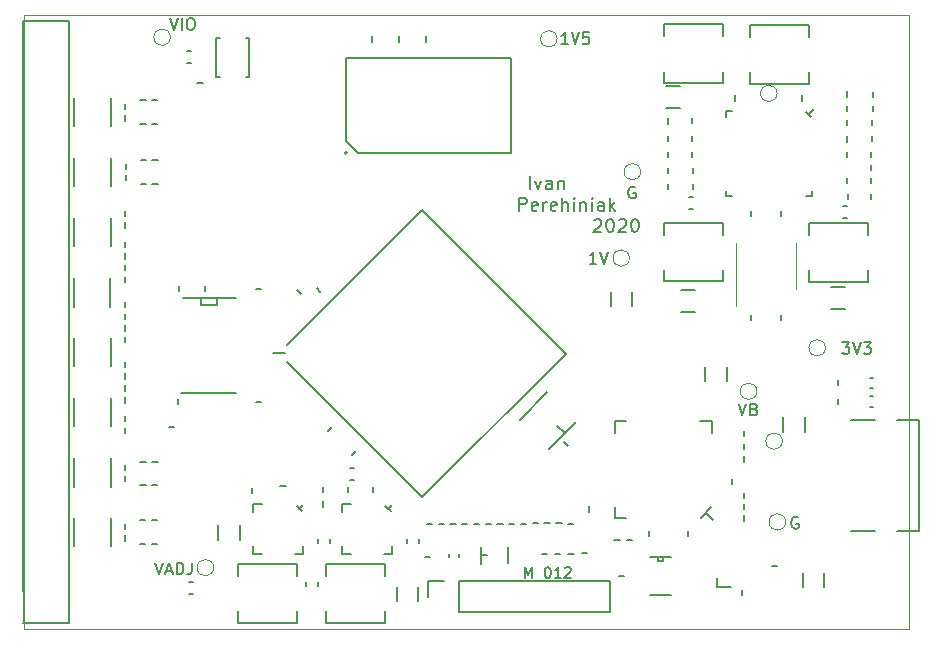
<source format=gto>
G04 #@! TF.GenerationSoftware,KiCad,Pcbnew,(5.1.5)-3*
G04 #@! TF.CreationDate,2020-11-02T01:39:04+01:00*
G04 #@! TF.ProjectId,LogAn,4c6f6741-6e2e-46b6-9963-61645f706362,rev?*
G04 #@! TF.SameCoordinates,Original*
G04 #@! TF.FileFunction,Legend,Top*
G04 #@! TF.FilePolarity,Positive*
%FSLAX46Y46*%
G04 Gerber Fmt 4.6, Leading zero omitted, Abs format (unit mm)*
G04 Created by KiCad (PCBNEW (5.1.5)-3) date 2020-11-02 01:39:04*
%MOMM*%
%LPD*%
G04 APERTURE LIST*
%ADD10C,0.200000*%
%ADD11C,0.155000*%
%ADD12C,0.160000*%
%ADD13C,0.050000*%
%ADD14C,0.120000*%
%ADD15C,0.150000*%
G04 APERTURE END LIST*
D10*
X108190588Y-86508062D02*
X108190588Y-85608062D01*
X108490588Y-86250920D01*
X108790588Y-85608062D01*
X108790588Y-86508062D01*
X110076302Y-85608062D02*
X110162017Y-85608062D01*
X110247731Y-85650920D01*
X110290588Y-85693777D01*
X110333445Y-85779491D01*
X110376302Y-85950920D01*
X110376302Y-86165205D01*
X110333445Y-86336634D01*
X110290588Y-86422348D01*
X110247731Y-86465205D01*
X110162017Y-86508062D01*
X110076302Y-86508062D01*
X109990588Y-86465205D01*
X109947731Y-86422348D01*
X109904874Y-86336634D01*
X109862017Y-86165205D01*
X109862017Y-85950920D01*
X109904874Y-85779491D01*
X109947731Y-85693777D01*
X109990588Y-85650920D01*
X110076302Y-85608062D01*
X111233445Y-86508062D02*
X110719160Y-86508062D01*
X110976302Y-86508062D02*
X110976302Y-85608062D01*
X110890588Y-85736634D01*
X110804874Y-85822348D01*
X110719160Y-85865205D01*
X111576302Y-85693777D02*
X111619160Y-85650920D01*
X111704874Y-85608062D01*
X111919160Y-85608062D01*
X112004874Y-85650920D01*
X112047731Y-85693777D01*
X112090588Y-85779491D01*
X112090588Y-85865205D01*
X112047731Y-85993777D01*
X111533445Y-86508062D01*
X112090588Y-86508062D01*
D11*
X76855842Y-85207860D02*
X77189176Y-86207860D01*
X77522509Y-85207860D01*
X77808223Y-85922146D02*
X78284414Y-85922146D01*
X77712985Y-86207860D02*
X78046319Y-85207860D01*
X78379652Y-86207860D01*
X78712985Y-86207860D02*
X78712985Y-85207860D01*
X78951080Y-85207860D01*
X79093938Y-85255480D01*
X79189176Y-85350718D01*
X79236795Y-85445956D01*
X79284414Y-85636432D01*
X79284414Y-85779289D01*
X79236795Y-85969765D01*
X79189176Y-86065003D01*
X79093938Y-86160241D01*
X78951080Y-86207860D01*
X78712985Y-86207860D01*
X79998700Y-85207860D02*
X79998700Y-85922146D01*
X79951080Y-86065003D01*
X79855842Y-86160241D01*
X79712985Y-86207860D01*
X79617747Y-86207860D01*
X117526084Y-53408960D02*
X117430846Y-53361340D01*
X117287989Y-53361340D01*
X117145132Y-53408960D01*
X117049894Y-53504198D01*
X117002275Y-53599436D01*
X116954656Y-53789912D01*
X116954656Y-53932769D01*
X117002275Y-54123245D01*
X117049894Y-54218483D01*
X117145132Y-54313721D01*
X117287989Y-54361340D01*
X117383227Y-54361340D01*
X117526084Y-54313721D01*
X117573703Y-54266102D01*
X117573703Y-53932769D01*
X117383227Y-53932769D01*
X131318284Y-81369280D02*
X131223046Y-81321660D01*
X131080189Y-81321660D01*
X130937332Y-81369280D01*
X130842094Y-81464518D01*
X130794475Y-81559756D01*
X130746856Y-81750232D01*
X130746856Y-81893089D01*
X130794475Y-82083565D01*
X130842094Y-82178803D01*
X130937332Y-82274041D01*
X131080189Y-82321660D01*
X131175427Y-82321660D01*
X131318284Y-82274041D01*
X131365903Y-82226422D01*
X131365903Y-81893089D01*
X131175427Y-81893089D01*
X78140061Y-39109400D02*
X78473395Y-40109400D01*
X78806728Y-39109400D01*
X79140061Y-40109400D02*
X79140061Y-39109400D01*
X79806728Y-39109400D02*
X79997204Y-39109400D01*
X80092442Y-39157020D01*
X80187680Y-39252258D01*
X80235300Y-39442734D01*
X80235300Y-39776067D01*
X80187680Y-39966543D01*
X80092442Y-40061781D01*
X79997204Y-40109400D01*
X79806728Y-40109400D01*
X79711490Y-40061781D01*
X79616252Y-39966543D01*
X79568633Y-39776067D01*
X79568633Y-39442734D01*
X79616252Y-39252258D01*
X79711490Y-39157020D01*
X79806728Y-39109400D01*
X111854692Y-41313360D02*
X111283263Y-41313360D01*
X111568978Y-41313360D02*
X111568978Y-40313360D01*
X111473740Y-40456218D01*
X111378501Y-40551456D01*
X111283263Y-40599075D01*
X112140406Y-40313360D02*
X112473740Y-41313360D01*
X112807073Y-40313360D01*
X113616597Y-40313360D02*
X113140406Y-40313360D01*
X113092787Y-40789551D01*
X113140406Y-40741932D01*
X113235644Y-40694313D01*
X113473740Y-40694313D01*
X113568978Y-40741932D01*
X113616597Y-40789551D01*
X113664216Y-40884789D01*
X113664216Y-41122884D01*
X113616597Y-41218122D01*
X113568978Y-41265741D01*
X113473740Y-41313360D01*
X113235644Y-41313360D01*
X113140406Y-41265741D01*
X113092787Y-41218122D01*
X114246042Y-59906160D02*
X113674614Y-59906160D01*
X113960328Y-59906160D02*
X113960328Y-58906160D01*
X113865090Y-59049018D01*
X113769852Y-59144256D01*
X113674614Y-59191875D01*
X114531757Y-58906160D02*
X114865090Y-59906160D01*
X115198423Y-58906160D01*
X135055764Y-66533780D02*
X135674812Y-66533780D01*
X135341479Y-66914733D01*
X135484336Y-66914733D01*
X135579574Y-66962352D01*
X135627193Y-67009971D01*
X135674812Y-67105209D01*
X135674812Y-67343304D01*
X135627193Y-67438542D01*
X135579574Y-67486161D01*
X135484336Y-67533780D01*
X135198621Y-67533780D01*
X135103383Y-67486161D01*
X135055764Y-67438542D01*
X135960526Y-66533780D02*
X136293860Y-67533780D01*
X136627193Y-66533780D01*
X136865288Y-66533780D02*
X137484336Y-66533780D01*
X137151002Y-66914733D01*
X137293860Y-66914733D01*
X137389098Y-66962352D01*
X137436717Y-67009971D01*
X137484336Y-67105209D01*
X137484336Y-67343304D01*
X137436717Y-67438542D01*
X137389098Y-67486161D01*
X137293860Y-67533780D01*
X137008145Y-67533780D01*
X136912907Y-67486161D01*
X136865288Y-67438542D01*
X126283506Y-71733160D02*
X126616840Y-72733160D01*
X126950173Y-71733160D01*
X127616840Y-72209351D02*
X127759697Y-72256970D01*
X127807316Y-72304589D01*
X127854935Y-72399827D01*
X127854935Y-72542684D01*
X127807316Y-72637922D01*
X127759697Y-72685541D01*
X127664459Y-72733160D01*
X127283506Y-72733160D01*
X127283506Y-71733160D01*
X127616840Y-71733160D01*
X127712078Y-71780780D01*
X127759697Y-71828399D01*
X127807316Y-71923637D01*
X127807316Y-72018875D01*
X127759697Y-72114113D01*
X127712078Y-72161732D01*
X127616840Y-72209351D01*
X127283506Y-72209351D01*
D12*
X108649046Y-53584639D02*
X108649046Y-52484639D01*
X109068094Y-52851305D02*
X109329999Y-53584639D01*
X109591903Y-52851305D01*
X110482380Y-53584639D02*
X110482380Y-53008448D01*
X110429999Y-52903686D01*
X110325237Y-52851305D01*
X110115713Y-52851305D01*
X110010951Y-52903686D01*
X110482380Y-53532258D02*
X110377618Y-53584639D01*
X110115713Y-53584639D01*
X110010951Y-53532258D01*
X109958570Y-53427496D01*
X109958570Y-53322734D01*
X110010951Y-53217972D01*
X110115713Y-53165591D01*
X110377618Y-53165591D01*
X110482380Y-53113210D01*
X111006189Y-52851305D02*
X111006189Y-53584639D01*
X111006189Y-52956067D02*
X111058570Y-52903686D01*
X111163332Y-52851305D01*
X111320475Y-52851305D01*
X111425237Y-52903686D01*
X111477618Y-53008448D01*
X111477618Y-53584639D01*
X107706189Y-55394639D02*
X107706189Y-54294639D01*
X108125237Y-54294639D01*
X108229999Y-54347020D01*
X108282380Y-54399400D01*
X108334760Y-54504162D01*
X108334760Y-54661305D01*
X108282380Y-54766067D01*
X108229999Y-54818448D01*
X108125237Y-54870829D01*
X107706189Y-54870829D01*
X109225237Y-55342258D02*
X109120475Y-55394639D01*
X108910951Y-55394639D01*
X108806189Y-55342258D01*
X108753808Y-55237496D01*
X108753808Y-54818448D01*
X108806189Y-54713686D01*
X108910951Y-54661305D01*
X109120475Y-54661305D01*
X109225237Y-54713686D01*
X109277618Y-54818448D01*
X109277618Y-54923210D01*
X108753808Y-55027972D01*
X109749046Y-55394639D02*
X109749046Y-54661305D01*
X109749046Y-54870829D02*
X109801427Y-54766067D01*
X109853808Y-54713686D01*
X109958570Y-54661305D01*
X110063332Y-54661305D01*
X110849046Y-55342258D02*
X110744284Y-55394639D01*
X110534760Y-55394639D01*
X110429999Y-55342258D01*
X110377618Y-55237496D01*
X110377618Y-54818448D01*
X110429999Y-54713686D01*
X110534760Y-54661305D01*
X110744284Y-54661305D01*
X110849046Y-54713686D01*
X110901427Y-54818448D01*
X110901427Y-54923210D01*
X110377618Y-55027972D01*
X111372856Y-55394639D02*
X111372856Y-54294639D01*
X111844284Y-55394639D02*
X111844284Y-54818448D01*
X111791903Y-54713686D01*
X111687141Y-54661305D01*
X111529999Y-54661305D01*
X111425237Y-54713686D01*
X111372856Y-54766067D01*
X112368094Y-55394639D02*
X112368094Y-54661305D01*
X112368094Y-54294639D02*
X112315713Y-54347020D01*
X112368094Y-54399400D01*
X112420475Y-54347020D01*
X112368094Y-54294639D01*
X112368094Y-54399400D01*
X112891903Y-54661305D02*
X112891903Y-55394639D01*
X112891903Y-54766067D02*
X112944284Y-54713686D01*
X113049046Y-54661305D01*
X113206189Y-54661305D01*
X113310951Y-54713686D01*
X113363332Y-54818448D01*
X113363332Y-55394639D01*
X113887141Y-55394639D02*
X113887141Y-54661305D01*
X113887141Y-54294639D02*
X113834760Y-54347020D01*
X113887141Y-54399400D01*
X113939522Y-54347020D01*
X113887141Y-54294639D01*
X113887141Y-54399400D01*
X114882380Y-55394639D02*
X114882380Y-54818448D01*
X114829999Y-54713686D01*
X114725237Y-54661305D01*
X114515713Y-54661305D01*
X114410951Y-54713686D01*
X114882380Y-55342258D02*
X114777618Y-55394639D01*
X114515713Y-55394639D01*
X114410951Y-55342258D01*
X114358570Y-55237496D01*
X114358570Y-55132734D01*
X114410951Y-55027972D01*
X114515713Y-54975591D01*
X114777618Y-54975591D01*
X114882380Y-54923210D01*
X115406189Y-55394639D02*
X115406189Y-54294639D01*
X115510951Y-54975591D02*
X115825237Y-55394639D01*
X115825237Y-54661305D02*
X115406189Y-55080353D01*
X114044284Y-56209400D02*
X114096665Y-56157020D01*
X114201427Y-56104639D01*
X114463332Y-56104639D01*
X114568094Y-56157020D01*
X114620475Y-56209400D01*
X114672856Y-56314162D01*
X114672856Y-56418924D01*
X114620475Y-56576067D01*
X113991903Y-57204639D01*
X114672856Y-57204639D01*
X115353808Y-56104639D02*
X115458570Y-56104639D01*
X115563332Y-56157020D01*
X115615713Y-56209400D01*
X115668094Y-56314162D01*
X115720475Y-56523686D01*
X115720475Y-56785591D01*
X115668094Y-56995115D01*
X115615713Y-57099877D01*
X115563332Y-57152258D01*
X115458570Y-57204639D01*
X115353808Y-57204639D01*
X115249046Y-57152258D01*
X115196665Y-57099877D01*
X115144284Y-56995115D01*
X115091903Y-56785591D01*
X115091903Y-56523686D01*
X115144284Y-56314162D01*
X115196665Y-56209400D01*
X115249046Y-56157020D01*
X115353808Y-56104639D01*
X116139522Y-56209400D02*
X116191903Y-56157020D01*
X116296665Y-56104639D01*
X116558570Y-56104639D01*
X116663332Y-56157020D01*
X116715713Y-56209400D01*
X116768094Y-56314162D01*
X116768094Y-56418924D01*
X116715713Y-56576067D01*
X116087141Y-57204639D01*
X116768094Y-57204639D01*
X117449046Y-56104639D02*
X117553808Y-56104639D01*
X117658570Y-56157020D01*
X117710951Y-56209400D01*
X117763332Y-56314162D01*
X117815713Y-56523686D01*
X117815713Y-56785591D01*
X117763332Y-56995115D01*
X117710951Y-57099877D01*
X117658570Y-57152258D01*
X117553808Y-57204639D01*
X117449046Y-57204639D01*
X117344284Y-57152258D01*
X117291903Y-57099877D01*
X117239522Y-56995115D01*
X117187141Y-56785591D01*
X117187141Y-56523686D01*
X117239522Y-56314162D01*
X117291903Y-56209400D01*
X117344284Y-56157020D01*
X117449046Y-56104639D01*
D13*
X140710920Y-90850720D02*
X65778380Y-90850720D01*
X140716000Y-38854380D02*
X140710920Y-90850720D01*
X65773300Y-38858340D02*
X140716000Y-38854380D01*
X65778380Y-90850720D02*
X65773300Y-38858340D01*
D12*
X102881220Y-81894680D02*
X103331220Y-81894680D01*
X113601500Y-80875080D02*
X113601500Y-80425080D01*
X80455560Y-44559220D02*
X80905560Y-44559220D01*
X82059320Y-40775620D02*
X82359320Y-40775620D01*
X82059320Y-44075620D02*
X82059320Y-40775620D01*
X82359320Y-44075620D02*
X82059320Y-44075620D01*
X84859320Y-40775620D02*
X84559320Y-40775620D01*
X84859320Y-44075620D02*
X84859320Y-40775620D01*
X84559320Y-44075620D02*
X84859320Y-44075620D01*
X85087460Y-79323140D02*
X85087460Y-78873140D01*
X120163176Y-46690960D02*
X121367304Y-46690960D01*
X120163176Y-44870960D02*
X121367304Y-44870960D01*
X121405236Y-63968040D02*
X122609364Y-63968040D01*
X121405236Y-62148040D02*
X122609364Y-62148040D01*
X125270940Y-69814524D02*
X125270940Y-68610396D01*
X123450940Y-69814524D02*
X123450940Y-68610396D01*
D14*
X133638520Y-67017900D02*
G75*
G03X133638520Y-67017900I-700000J0D01*
G01*
X110920760Y-40853360D02*
G75*
G03X110920760Y-40853360I-700000J0D01*
G01*
X129544040Y-45473620D02*
G75*
G03X129544040Y-45473620I-700000J0D01*
G01*
X117049780Y-59418220D02*
G75*
G03X117049780Y-59418220I-700000J0D01*
G01*
X117989580Y-52108100D02*
G75*
G03X117989580Y-52108100I-700000J0D01*
G01*
X127834620Y-70693280D02*
G75*
G03X127834620Y-70693280I-700000J0D01*
G01*
X81842840Y-85623400D02*
G75*
G03X81842840Y-85623400I-700000J0D01*
G01*
X78177620Y-40721280D02*
G75*
G03X78177620Y-40721280I-700000J0D01*
G01*
X130262860Y-81760060D02*
G75*
G03X130262860Y-81760060I-700000J0D01*
G01*
X129991080Y-74919840D02*
G75*
G03X129991080Y-74919840I-700000J0D01*
G01*
D12*
X79945047Y-41890220D02*
X79602513Y-41890220D01*
X79945047Y-42910220D02*
X79602513Y-42910220D01*
X79747293Y-87845360D02*
X80089827Y-87845360D01*
X79747293Y-86825360D02*
X80089827Y-86825360D01*
X85400940Y-61998860D02*
X85850940Y-61998860D01*
X85843320Y-71635620D02*
X85393320Y-71635620D01*
X78867000Y-61789100D02*
X78867000Y-62239100D01*
X78846680Y-71359820D02*
X78846680Y-71809820D01*
X81089500Y-62236560D02*
X81089500Y-61786560D01*
X78067960Y-73731900D02*
X78517960Y-73731900D01*
X82095100Y-63415100D02*
X82095100Y-62790100D01*
X80770100Y-63415100D02*
X82095100Y-63415100D01*
X80770100Y-62765100D02*
X80770100Y-63415100D01*
D15*
X79120100Y-70865100D02*
X83770100Y-70865100D01*
X79245100Y-62765100D02*
X83770100Y-62765100D01*
X79120100Y-70865100D02*
X79120100Y-70840100D01*
X83770100Y-70865100D02*
X83770100Y-70840100D01*
D12*
X87926120Y-78724760D02*
X87476120Y-78724760D01*
X131708480Y-86065276D02*
X131708480Y-87269404D01*
X133528480Y-86065276D02*
X133528480Y-87269404D01*
X93218000Y-78804560D02*
X93218000Y-79254560D01*
X95300800Y-78807100D02*
X95300800Y-79257100D01*
X91081860Y-80021220D02*
X91081860Y-80471220D01*
X99876400Y-81897220D02*
X100326400Y-81897220D01*
X90668380Y-83196613D02*
X90668380Y-83539147D01*
X91688380Y-83196613D02*
X91688380Y-83539147D01*
X101334780Y-81897220D02*
X100884780Y-81897220D01*
X98194400Y-83222013D02*
X98194400Y-83564547D01*
X99214400Y-83222013D02*
X99214400Y-83564547D01*
X83875240Y-90298040D02*
X83875240Y-89323040D01*
X88875240Y-90298040D02*
X83875240Y-90298040D01*
X88875240Y-89323040D02*
X88875240Y-90298040D01*
X88875240Y-85323040D02*
X88875240Y-86323040D01*
X83875240Y-85323040D02*
X88875240Y-85323040D01*
X83875240Y-86323040D02*
X83875240Y-85323040D01*
X96317440Y-85342960D02*
X96317440Y-86317960D01*
X91317440Y-85342960D02*
X96317440Y-85342960D01*
X91317440Y-86317960D02*
X91317440Y-85342960D01*
X91317440Y-90317960D02*
X91317440Y-89317960D01*
X96317440Y-90317960D02*
X91317440Y-90317960D01*
X96317440Y-89317960D02*
X96317440Y-90317960D01*
X89082420Y-80637040D02*
X89432420Y-80287040D01*
X89307420Y-80862040D02*
X88857420Y-80412040D01*
X85197420Y-84472040D02*
X85897420Y-84472040D01*
X85197420Y-83772040D02*
X85197420Y-84472040D01*
X85197420Y-80252040D02*
X85897420Y-80252040D01*
X85197420Y-80952040D02*
X85197420Y-80252040D01*
X89417420Y-84472040D02*
X88717420Y-84472040D01*
X89417420Y-83772040D02*
X89417420Y-84472040D01*
X96616060Y-80631960D02*
X96966060Y-80281960D01*
X96841060Y-80856960D02*
X96391060Y-80406960D01*
X92731060Y-84466960D02*
X93431060Y-84466960D01*
X92731060Y-83766960D02*
X92731060Y-84466960D01*
X92731060Y-80246960D02*
X93431060Y-80246960D01*
X92731060Y-80946960D02*
X92731060Y-80246960D01*
X96951060Y-84466960D02*
X96251060Y-84466960D01*
X96951060Y-83766960D02*
X96951060Y-84466960D01*
X84054360Y-83261284D02*
X84054360Y-82057156D01*
X82234360Y-83261284D02*
X82234360Y-82057156D01*
X99164820Y-88483524D02*
X99164820Y-87279396D01*
X97344820Y-88483524D02*
X97344820Y-87279396D01*
X93727087Y-77165740D02*
X93384553Y-77165740D01*
X93727087Y-78185740D02*
X93384553Y-78185740D01*
X91071700Y-79246940D02*
X91071700Y-78796940D01*
X89675240Y-86821193D02*
X89675240Y-87163727D01*
X90695240Y-86821193D02*
X90695240Y-87163727D01*
X100201940Y-84709000D02*
X99751940Y-84709000D01*
X104475900Y-84561680D02*
X105000900Y-84561680D01*
X106785900Y-85261680D02*
X106785900Y-83861680D01*
X104465900Y-83861680D02*
X104465900Y-85286680D01*
X102642220Y-84739620D02*
X102642220Y-84439620D01*
X101792220Y-84739620D02*
X101792220Y-84439620D01*
X90885359Y-62277339D02*
X90567161Y-61959141D01*
X89211108Y-62430130D02*
X88892910Y-62111932D01*
X74348340Y-56396680D02*
X74348340Y-56846680D01*
X74358500Y-58019740D02*
X74358500Y-58469740D01*
X74339940Y-60999160D02*
X74339940Y-61449160D01*
X74335640Y-63150540D02*
X74335640Y-63600540D01*
X75644800Y-76652120D02*
X76094800Y-76652120D01*
X74328020Y-66076620D02*
X74328020Y-66526620D01*
X76092260Y-78656180D02*
X75642260Y-78656180D01*
X74371980Y-68179740D02*
X74371980Y-68629740D01*
X75614320Y-81633060D02*
X76064320Y-81633060D01*
X74361040Y-71197260D02*
X74361040Y-71647260D01*
X76069400Y-83642200D02*
X75619400Y-83642200D01*
X74366120Y-72800000D02*
X74366120Y-73250000D01*
X75634640Y-46068760D02*
X76084640Y-46068760D01*
X76082100Y-48086500D02*
X75632100Y-48086500D01*
X77080320Y-46075600D02*
X76630320Y-46075600D01*
X76630320Y-48077120D02*
X77080320Y-48077120D01*
X75667660Y-51138600D02*
X76117660Y-51138600D01*
X76115120Y-53141100D02*
X75665120Y-53141100D01*
X77110800Y-51144660D02*
X76660800Y-51144660D01*
X76655720Y-53142660D02*
X77105720Y-53142660D01*
X77095560Y-76651340D02*
X76645560Y-76651340D01*
X76637940Y-78663800D02*
X77087940Y-78663800D01*
X91865799Y-73742201D02*
X91547601Y-74060399D01*
X77062540Y-81633840D02*
X76612540Y-81633840D01*
X76622700Y-83644740D02*
X77072700Y-83644740D01*
X93866928Y-75763650D02*
X93548730Y-76081848D01*
D14*
X65734680Y-90278340D02*
X65734680Y-87603340D01*
D12*
X65734680Y-87603340D02*
X65734680Y-39363340D01*
X69634680Y-39363340D02*
X65734680Y-39363340D01*
X69634680Y-90273340D02*
X69634680Y-39363340D01*
X69634680Y-90283340D02*
X65734680Y-90283340D01*
X74355960Y-46386540D02*
X74355960Y-46836540D01*
X74355960Y-47323800D02*
X74355960Y-47773800D01*
X74383900Y-51438600D02*
X74383900Y-51888600D01*
X74383900Y-52373320D02*
X74383900Y-52823320D01*
X74345800Y-55406080D02*
X74345800Y-55856080D01*
X74355180Y-59023040D02*
X74355180Y-59473040D01*
X74345020Y-60013640D02*
X74345020Y-60463640D01*
X74335640Y-64138600D02*
X74335640Y-64588600D01*
X74327240Y-65121580D02*
X74327240Y-65571580D01*
X74352640Y-69180500D02*
X74352640Y-69630500D01*
X74348340Y-70183800D02*
X74348340Y-70633800D01*
X74355960Y-73795680D02*
X74355960Y-74245680D01*
X74368660Y-76937660D02*
X74368660Y-77387660D01*
X74367880Y-77880000D02*
X74367880Y-78330000D01*
X74333100Y-81944000D02*
X74333100Y-82394000D01*
X74344040Y-82883800D02*
X74344040Y-83333800D01*
X70014500Y-66188740D02*
X70014500Y-68588740D01*
X73114500Y-68588740D02*
X73114500Y-66188740D01*
X69996720Y-61121440D02*
X69996720Y-63521440D01*
X73096720Y-63521440D02*
X73096720Y-61121440D01*
X70011960Y-71261120D02*
X70011960Y-73661120D01*
X73111960Y-73661120D02*
X73111960Y-71261120D01*
X70014500Y-56005880D02*
X70014500Y-58405880D01*
X73114500Y-58405880D02*
X73114500Y-56005880D01*
X70024660Y-76369060D02*
X70024660Y-78769060D01*
X73124660Y-78769060D02*
X73124660Y-76369060D01*
X70011960Y-50943660D02*
X70011960Y-53343660D01*
X73111960Y-53343660D02*
X73111960Y-50943660D01*
X70017040Y-81398260D02*
X70017040Y-83798260D01*
X73117040Y-83798260D02*
X73117040Y-81398260D01*
X70019580Y-45850960D02*
X70019580Y-48250960D01*
X73119580Y-48250960D02*
X73119580Y-45850960D01*
X134739380Y-70204540D02*
X134739380Y-69754540D01*
X137678300Y-69536760D02*
X137378300Y-69536760D01*
X137678300Y-70386760D02*
X137378300Y-70386760D01*
X131905420Y-74117284D02*
X131905420Y-72913156D01*
X130085420Y-74117284D02*
X130085420Y-72913156D01*
X141603560Y-82538300D02*
X141603560Y-73138300D01*
X135803560Y-73138300D02*
X137803560Y-73138300D01*
X139703560Y-73138300D02*
X141603560Y-73138300D01*
X135803560Y-82538300D02*
X137803560Y-82538300D01*
X139703560Y-82538300D02*
X141603560Y-82538300D01*
X119953400Y-44611060D02*
X119953400Y-43636060D01*
X124953400Y-44611060D02*
X119953400Y-44611060D01*
X124953400Y-43636060D02*
X124953400Y-44611060D01*
X124953400Y-39636060D02*
X124953400Y-40636060D01*
X119953400Y-39636060D02*
X124953400Y-39636060D01*
X119953400Y-40636060D02*
X119953400Y-39636060D01*
X127281300Y-44651700D02*
X127281300Y-43676700D01*
X132281300Y-44651700D02*
X127281300Y-44651700D01*
X132281300Y-43676700D02*
X132281300Y-44651700D01*
X132281300Y-39676700D02*
X132281300Y-40676700D01*
X127281300Y-39676700D02*
X132281300Y-39676700D01*
X127281300Y-40676700D02*
X127281300Y-39676700D01*
X119938100Y-61400460D02*
X119938100Y-60425460D01*
X124938100Y-61400460D02*
X119938100Y-61400460D01*
X124938100Y-60425460D02*
X124938100Y-61400460D01*
X124938100Y-56425460D02*
X124938100Y-57425460D01*
X119938100Y-56425460D02*
X124938100Y-56425460D01*
X119938100Y-57425460D02*
X119938100Y-56425460D01*
X137231760Y-56478400D02*
X137231760Y-57453400D01*
X132231760Y-56478400D02*
X137231760Y-56478400D01*
X132231760Y-57453400D02*
X132231760Y-56478400D01*
X132231760Y-61453400D02*
X132231760Y-60453400D01*
X137231760Y-61453400D02*
X132231760Y-61453400D01*
X137231760Y-60453400D02*
X137231760Y-61453400D01*
X111197600Y-84439760D02*
X110747600Y-84439760D01*
X110085080Y-84437220D02*
X109635080Y-84437220D01*
X110300980Y-81889600D02*
X109850980Y-81889600D01*
X93031540Y-49498740D02*
X93031540Y-42498740D01*
X93031540Y-42498740D02*
X107031540Y-42498740D01*
X107031540Y-42498740D02*
X107031540Y-50498740D01*
X107031540Y-50498740D02*
X94031540Y-50498740D01*
X94031540Y-50498740D02*
X93031540Y-49498740D01*
D10*
X93131540Y-50498740D02*
G75*
G03X93131540Y-50498740I-100000J0D01*
G01*
D12*
X95265240Y-41098680D02*
X95265240Y-40648680D01*
X97548700Y-41098680D02*
X97548700Y-40648680D01*
X99788980Y-41101220D02*
X99788980Y-40651220D01*
D10*
X87879633Y-67469987D02*
X86889684Y-67469987D01*
D12*
X99511540Y-79681721D02*
X88042268Y-68212449D01*
X111687919Y-67505342D02*
X99511540Y-79681721D01*
X99511540Y-55328963D02*
X111687919Y-67505342D01*
X88042268Y-66798235D02*
X99511540Y-55328963D01*
X124489320Y-87228620D02*
X125664320Y-87228620D01*
X124489320Y-86478620D02*
X124489320Y-87228620D01*
X134721600Y-71797120D02*
X134721600Y-71347120D01*
X125752860Y-78578920D02*
X125752860Y-78128920D01*
X116140020Y-86342220D02*
X116590020Y-86342220D01*
X120303780Y-50394660D02*
X120303780Y-50844660D01*
X137566400Y-49546720D02*
X137566400Y-49096720D01*
X120289320Y-51786580D02*
X120289320Y-52236580D01*
X137523220Y-52002900D02*
X137523220Y-51552900D01*
X137533380Y-50895460D02*
X137533380Y-50445460D01*
X122372120Y-50414980D02*
X122372120Y-50864980D01*
X135498840Y-49554340D02*
X135498840Y-49104340D01*
X122392440Y-51789120D02*
X122392440Y-52239120D01*
X127350520Y-64230040D02*
X127350520Y-64680040D01*
X129915920Y-64230040D02*
X129915920Y-64680040D01*
X135478520Y-50895460D02*
X135478520Y-50445460D01*
X122364500Y-49518780D02*
X122364500Y-49068780D01*
X135478520Y-47742900D02*
X135478520Y-48192900D01*
X122448320Y-53559920D02*
X122448320Y-53109920D01*
X135440420Y-52650180D02*
X135440420Y-53100180D01*
X120281700Y-47595580D02*
X120281700Y-48045580D01*
X137670540Y-46966080D02*
X137670540Y-46516080D01*
X137662920Y-45764660D02*
X137662920Y-45314660D01*
X137520680Y-53996380D02*
X137520680Y-54446380D01*
X122308620Y-47572720D02*
X122308620Y-48022720D01*
X135470900Y-46966080D02*
X135470900Y-46516080D01*
X135465820Y-45762120D02*
X135465820Y-45312120D01*
X135511540Y-54448920D02*
X135511540Y-53998920D01*
X109300220Y-81889600D02*
X108850220Y-81889600D01*
X108304540Y-81894680D02*
X107854540Y-81894680D01*
X101885540Y-81894680D02*
X102335540Y-81894680D01*
X112320280Y-84432140D02*
X111870280Y-84432140D01*
X112292340Y-81892140D02*
X111842340Y-81892140D01*
X111299200Y-81889600D02*
X110849200Y-81889600D01*
X105322580Y-81892140D02*
X104872580Y-81892140D01*
X106313180Y-81892140D02*
X105863180Y-81892140D01*
X104326900Y-81892140D02*
X103876900Y-81892140D01*
X107308860Y-81892140D02*
X106858860Y-81892140D01*
D14*
X126030040Y-60065920D02*
X126030040Y-63515920D01*
X126030040Y-60065920D02*
X126030040Y-58115920D01*
X131150040Y-60065920D02*
X131150040Y-62015920D01*
X131150040Y-60065920D02*
X131150040Y-58115920D01*
D12*
X137385920Y-71986960D02*
X137685920Y-71986960D01*
X137385920Y-71136960D02*
X137685920Y-71136960D01*
X100026160Y-88089740D02*
X100026160Y-86759740D01*
X100026160Y-86759740D02*
X101356160Y-86759740D01*
X102626160Y-86759740D02*
X115386160Y-86759740D01*
X115386160Y-89419740D02*
X115386160Y-86759740D01*
X102626160Y-89419740D02*
X115386160Y-89419740D01*
X102626160Y-89419740D02*
X102626160Y-86759740D01*
X111561314Y-74263460D02*
X110924917Y-73627064D01*
X107760615Y-73114412D02*
X110076389Y-70798637D01*
X110235488Y-75589285D02*
X112551263Y-73273511D01*
D15*
X119925040Y-85082060D02*
X119925040Y-84757060D01*
X119475040Y-85082060D02*
X119925040Y-85082060D01*
X119475040Y-84757060D02*
X119475040Y-85082060D01*
X120600040Y-84722060D02*
X118775040Y-84722060D01*
X118800040Y-87942060D02*
X120600040Y-87942060D01*
D12*
X132259280Y-47209100D02*
X132634280Y-46834100D01*
X132459280Y-47434100D02*
X132034280Y-47009100D01*
X125249280Y-54194100D02*
X125724280Y-54194100D01*
X125249280Y-53719100D02*
X125249280Y-54194100D01*
X125249280Y-46974100D02*
X125724280Y-46974100D01*
X125249280Y-47449100D02*
X125249280Y-46974100D01*
X132469280Y-54194100D02*
X131994280Y-54194100D01*
X132469280Y-53719100D02*
X132469280Y-54194100D01*
X123499040Y-80978160D02*
X124149040Y-81628160D01*
X123074040Y-81403160D02*
X123949040Y-80528160D01*
X115814040Y-73243160D02*
X115814040Y-74218160D01*
X116789040Y-73243160D02*
X115814040Y-73243160D01*
X124034040Y-73243160D02*
X124034040Y-74218160D01*
X123059040Y-73243160D02*
X124034040Y-73243160D01*
X115814040Y-81463160D02*
X115814040Y-80488160D01*
X116789040Y-81463160D02*
X115814040Y-81463160D01*
X126748540Y-81662480D02*
X126748540Y-81212480D01*
X126740920Y-74497140D02*
X126740920Y-74047140D01*
X111519621Y-74991881D02*
X111837819Y-75310079D01*
X126733300Y-75129180D02*
X126733300Y-75579180D01*
X126733300Y-76208680D02*
X126733300Y-76658680D01*
X122021600Y-82518040D02*
X122021600Y-82968040D01*
X126735840Y-80221880D02*
X126735840Y-80671880D01*
X126735840Y-79266840D02*
X126735840Y-79716840D01*
X116226800Y-83315900D02*
X115776800Y-83315900D01*
X117280900Y-83317080D02*
X116830900Y-83317080D01*
X129129580Y-85488780D02*
X129579580Y-85488780D01*
X126588520Y-87524380D02*
X126588520Y-87974380D01*
X118734840Y-82518040D02*
X118734840Y-82968040D01*
X135288104Y-61904200D02*
X134083976Y-61904200D01*
X135288104Y-63724200D02*
X134083976Y-63724200D01*
X127347980Y-55878940D02*
X127347980Y-55428940D01*
X129867660Y-55423860D02*
X129867660Y-55873860D01*
X125943360Y-45649940D02*
X125943360Y-46099940D01*
X131660900Y-46077080D02*
X131660900Y-45627080D01*
X120317260Y-49073860D02*
X120317260Y-49523860D01*
X137599420Y-48192900D02*
X137599420Y-47742900D01*
X120286780Y-53107380D02*
X120286780Y-53557380D01*
X137459720Y-53100180D02*
X137459720Y-52650180D01*
X122396067Y-54265100D02*
X122053533Y-54265100D01*
X122396067Y-55285100D02*
X122053533Y-55285100D01*
X135131993Y-56003920D02*
X135474527Y-56003920D01*
X135131993Y-54983920D02*
X135474527Y-54983920D01*
X115460100Y-62252776D02*
X115460100Y-63456904D01*
X117280100Y-62252776D02*
X117280100Y-63456904D01*
X113015820Y-84429600D02*
X113465820Y-84429600D01*
M02*

</source>
